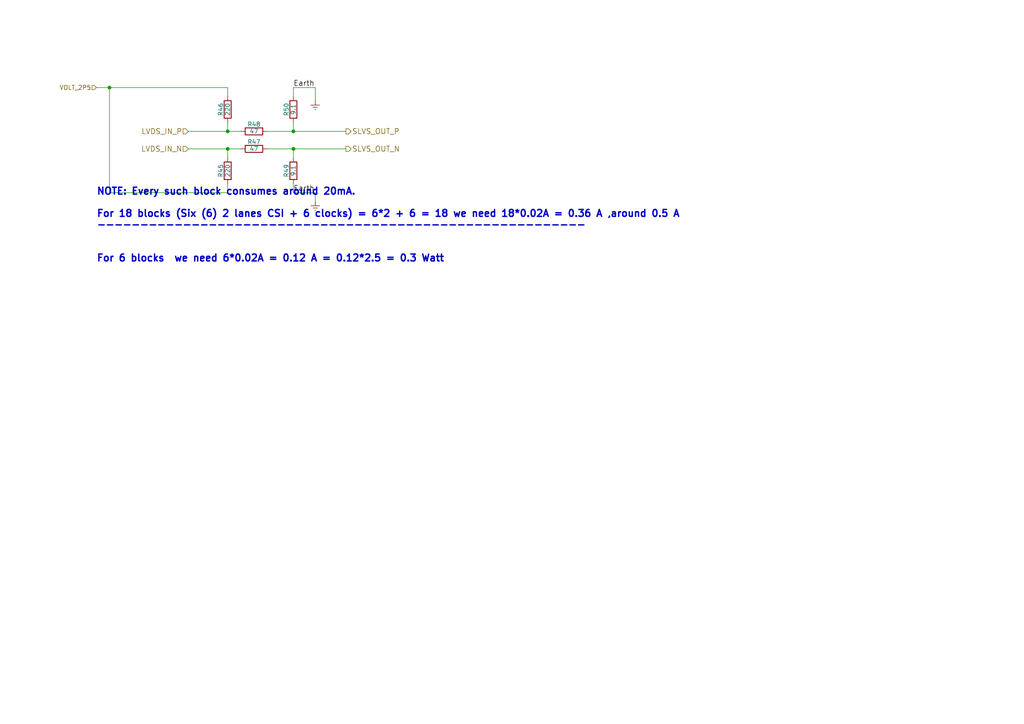
<source format=kicad_sch>
(kicad_sch (version 20211123) (generator eeschema)
  (paper "A4")
  (lib_symbols
    (symbol "FMC_MIPI_v2:Earth" (power) (pin_names (offset 0))
      (symbol "Earth_0_1"
        (polyline (pts (xy -0.635 -1.905) (xy 0.635 -1.905)))
        (polyline (pts (xy -0.127 -2.54) (xy 0.127 -2.54)))
        (polyline (pts (xy 0 -1.27) (xy 0 0)))
        (polyline (pts (xy 1.27 -1.27) (xy -1.27 -1.27)))
      )
      (symbol "Earth_1_1"
        (pin passive line (at 0 0 270) (length 0) hide (name "Earth") (number "1"))
      )
    )
    (symbol "FMC_MIPI_v2:R" (pin_numbers hide) (pin_names (offset 0))
      (property "Reference" "R" (at 2.032 0 90))
      (property "Value" "R" (at 0 0 90))
      (symbol "R_0_1"
        (rectangle (start -1.016 -2.54) (end 1.016 2.54) (stroke (width 0.254)))
      )
      (symbol "R_1_1"
        (pin passive line (at 0 3.81 270) (length 1.27) (name "~") (number "1"))
        (pin passive line (at 0 -3.81 90) (length 1.27) (name "~") (number "2"))
      )
    )
  )
  (junction (at 85.09 38.1))
  (junction (at 85.09 43.18))
  (junction (at 31.75 25.4))
  (junction (at 66.04 43.18))
  (junction (at 66.04 38.1))
  (wire (pts (xy 85.09 55.88) (xy 91.44 55.88)))
  (wire (pts (xy 27.94 25.4) (xy 31.75 25.4)))
  (wire (pts (xy 31.75 55.88) (xy 31.75 25.4)))
  (wire (pts (xy 77.47 43.18) (xy 85.09 43.18)))
  (wire (pts (xy 77.47 38.1) (xy 85.09 38.1)))
  (wire (pts (xy 66.04 38.1) (xy 69.85 38.1)))
  (wire (pts (xy 85.09 43.18) (xy 100.33 43.18)))
  (wire (pts (xy 85.09 53.34) (xy 85.09 55.88)))
  (wire (pts (xy 54.61 43.18) (xy 66.04 43.18)))
  (wire (pts (xy 85.09 25.4) (xy 91.44 25.4)))
  (wire (pts (xy 66.04 35.56) (xy 66.04 38.1)))
  (wire (pts (xy 31.75 25.4) (xy 66.04 25.4)))
  (wire (pts (xy 66.04 55.88) (xy 66.04 53.34)))
  (wire (pts (xy 85.09 45.72) (xy 85.09 43.18)))
  (wire (pts (xy 91.44 25.4) (xy 91.44 29.21)))
  (wire (pts (xy 66.04 25.4) (xy 66.04 27.94)))
  (wire (pts (xy 66.04 43.18) (xy 66.04 45.72)))
  (wire (pts (xy 31.75 55.88) (xy 66.04 55.88)))
  (wire (pts (xy 85.09 27.94) (xy 85.09 25.4)))
  (wire (pts (xy 66.04 43.18) (xy 69.85 43.18)))
  (wire (pts (xy 91.44 55.88) (xy 91.44 58.42)))
  (wire (pts (xy 85.09 35.56) (xy 85.09 38.1)))
  (wire (pts (xy 85.09 38.1) (xy 100.33 38.1)))
  (wire (pts (xy 54.61 38.1) (xy 66.04 38.1)))
  (text "NOTE: Every such block consumes around 20mA.\n\nFor 18 blocks (Six (6) 2 lanes CSI + 6 clocks) = 6*2 + 6 = 18 we need 18*0.02A = 0.36 A ,around 0.5 A\n---------------------------------------------------------\n\n\nFor 6 blocks  we need 6*0.02A = 0.12 A = 0.12*2.5 = 0.3 Watt" (at 27.94 76.2 0) (effects (font (size 2.0066 2.0066) (thickness 0.4013) bold) (justify left bottom)))
  (label "Earth" (at 85.09 25.4 0) (effects (font (size 1.524 1.524))))
  (label "Earth" (at 85.09 55.88 0) (effects (font (size 1.524 1.524))))
  (hierarchical_label "SLVS_OUT_N" (shape output) (at 100.33 43.18 0) (effects (font (size 1.524 1.524))))
  (hierarchical_label "SLVS_OUT_P" (shape output) (at 100.33 38.1 0) (effects (font (size 1.524 1.524))))
  (hierarchical_label "LVDS_IN_P" (shape input) (at 54.61 38.1 180) (effects (font (size 1.524 1.524))))
  (hierarchical_label "LVDS_IN_N" (shape input) (at 54.61 43.18 180) (effects (font (size 1.524 1.524))))
  (hierarchical_label "VOLT_2P5" (shape input) (at 27.94 25.4 180))
  (symbol (lib_id "FMC_MIPI_v2:R") (at 66.04 31.75 180) (unit 1)
    (property "Reference" "R46" (at 64.008 31.75 90))
    (property "Value" "220" (at 66.04 31.75 90))
    (property "Footprint" "Resistors_SMD:R_0603" (effects hide))
    (property "Datasheet" "https://www.mouser.com/ProductDetail/YAGEO/RC0603FR-07220RL?qs=VU8sRB4EgwA1IyQ0vhXEEw%3D%3D" (effects hide))
    (property "Tolerance" "1%" (effects hide))
    (property "Power" "100mW" (effects hide))
    (property "Part Number" "RC0603FR-07220RL" (effects hide))
  )
  (symbol (lib_id "FMC_MIPI_v2:R") (at 85.09 31.75 180) (unit 1)
    (property "Reference" "R50" (at 83.058 31.75 90))
    (property "Value" "9.1" (at 85.09 31.75 90))
    (property "Footprint" "Resistors_SMD:R_0603" (effects hide))
    (property "Datasheet" "https://www.mouser.co.il/ProductDetail/Bourns/CR0603-F-9R10ELF?qs=W%2FMpXkg%252BdQ6lipKjUosapQ%3D%3D" (effects hide))
    (property "Tolerance" "1%" (effects hide))
    (property "Power" "100 mW " (effects hide))
    (property "Part Number" "CR0603-F/-9R10ELF" (effects hide))
  )
  (symbol (lib_id "FMC_MIPI_v2:R") (at 73.66 43.18 270) (mirror x) (unit 1)
    (property "Reference" "R47" (at 73.66 41.148 90))
    (property "Value" "47" (at 73.66 43.18 90))
    (property "Footprint" "Resistors_SMD:R_0603" (effects hide))
    (property "Datasheet" "https://www.mouser.com/ProductDetail/YAGEO/RC0603FR-0747RL?qs=gt6vzsuosg01atWshW8qCA%3D%3D" (effects hide))
    (property "Tolerance" "1%" (effects hide))
    (property "Power" "100 mW" (effects hide))
    (property "Part Number" "RC0603FR-0747RL" (effects hide))
  )
  (symbol (lib_id "FMC_MIPI_v2:Earth") (at 91.44 29.21 0) (unit 1)
    (property "Reference" "#PWR0128" (effects hide))
    (property "Value" "Earth" (effects hide))
  )
  (symbol (lib_id "FMC_MIPI_v2:Earth") (at 91.44 58.42 0) (mirror y) (unit 1)
    (property "Reference" "#PWR0127" (effects hide))
    (property "Value" "Earth" (effects hide))
  )
  (symbol (lib_id "FMC_MIPI_v2:R") (at 66.04 49.53 180) (unit 1)
    (property "Reference" "R45" (at 64.008 49.53 90))
    (property "Value" "220" (at 66.04 49.53 90))
    (property "Footprint" "Resistors_SMD:R_0603" (effects hide))
    (property "Datasheet" "https://www.mouser.com/ProductDetail/YAGEO/RC0603FR-07220RL?qs=VU8sRB4EgwA1IyQ0vhXEEw%3D%3D" (effects hide))
    (property "Tolerance" "1%" (effects hide))
    (property "Power" "100mW" (effects hide))
    (property "Part Number" "RC0603FR-07220RL" (effects hide))
  )
  (symbol (lib_id "FMC_MIPI_v2:R") (at 73.66 38.1 270) (mirror x) (unit 1)
    (property "Reference" "R48" (at 73.66 36.068 90))
    (property "Value" "47" (at 73.66 38.1 90))
    (property "Footprint" "Resistors_SMD:R_0603" (effects hide))
    (property "Datasheet" "https://www.mouser.com/ProductDetail/YAGEO/RC0603FR-0747RL?qs=gt6vzsuosg01atWshW8qCA%3D%3D" (effects hide))
    (property "Tolerance" "1%" (effects hide))
    (property "Power" "100 mW" (effects hide))
    (property "Part Number" "RC0603FR-0747RL" (effects hide))
  )
  (symbol (lib_id "FMC_MIPI_v2:R") (at 85.09 49.53 180) (unit 1)
    (property "Reference" "R49" (at 83.058 49.53 90))
    (property "Value" "9.1" (at 85.09 49.53 90))
    (property "Footprint" "Resistors_SMD:R_0603" (effects hide))
    (property "Datasheet" "https://www.mouser.co.il/ProductDetail/Bourns/CR0603-F-9R10ELF?qs=W%2FMpXkg%252BdQ6lipKjUosapQ%3D%3D" (effects hide))
    (property "Tolerance" "1%" (effects hide))
    (property "Power" "100 mW " (effects hide))
    (property "Part Number" "CR0603-F/-9R10ELF" (effects hide))
  )
)
</source>
